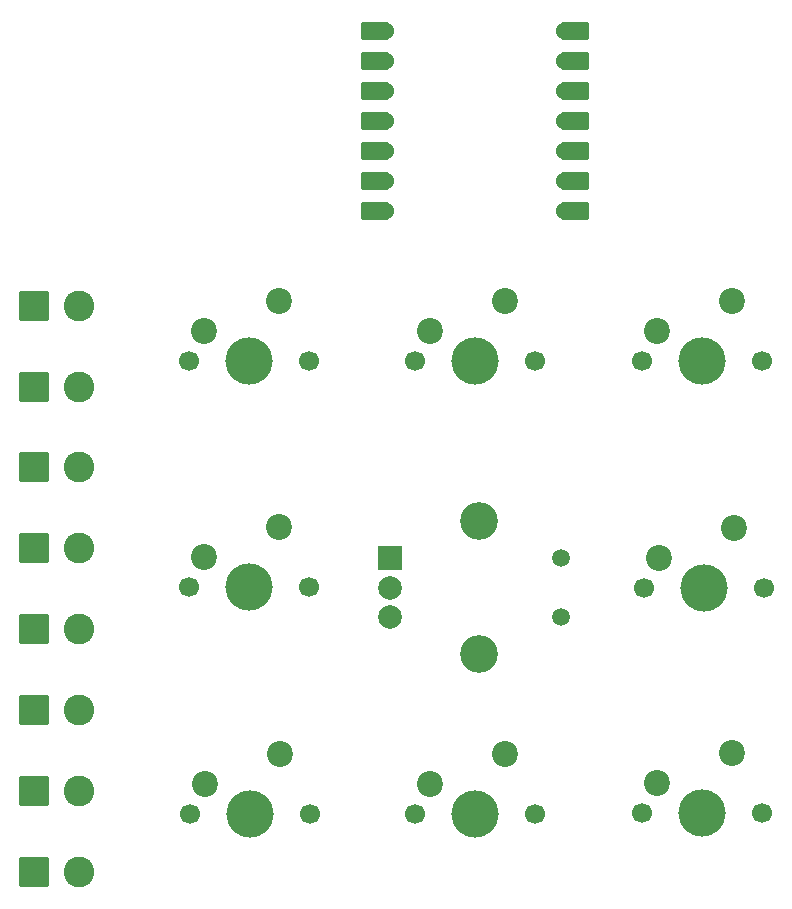
<source format=gbr>
%TF.GenerationSoftware,KiCad,Pcbnew,9.0.2*%
%TF.CreationDate,2025-07-10T09:42:35-04:00*%
%TF.ProjectId,hackpad,6861636b-7061-4642-9e6b-696361645f70,rev?*%
%TF.SameCoordinates,Original*%
%TF.FileFunction,Soldermask,Top*%
%TF.FilePolarity,Negative*%
%FSLAX46Y46*%
G04 Gerber Fmt 4.6, Leading zero omitted, Abs format (unit mm)*
G04 Created by KiCad (PCBNEW 9.0.2) date 2025-07-10 09:42:35*
%MOMM*%
%LPD*%
G01*
G04 APERTURE LIST*
G04 Aperture macros list*
%AMRoundRect*
0 Rectangle with rounded corners*
0 $1 Rounding radius*
0 $2 $3 $4 $5 $6 $7 $8 $9 X,Y pos of 4 corners*
0 Add a 4 corners polygon primitive as box body*
4,1,4,$2,$3,$4,$5,$6,$7,$8,$9,$2,$3,0*
0 Add four circle primitives for the rounded corners*
1,1,$1+$1,$2,$3*
1,1,$1+$1,$4,$5*
1,1,$1+$1,$6,$7*
1,1,$1+$1,$8,$9*
0 Add four rect primitives between the rounded corners*
20,1,$1+$1,$2,$3,$4,$5,0*
20,1,$1+$1,$4,$5,$6,$7,0*
20,1,$1+$1,$6,$7,$8,$9,0*
20,1,$1+$1,$8,$9,$2,$3,0*%
G04 Aperture macros list end*
%ADD10RoundRect,0.250000X-1.050000X-1.050000X1.050000X-1.050000X1.050000X1.050000X-1.050000X1.050000X0*%
%ADD11C,2.600000*%
%ADD12C,1.700000*%
%ADD13C,4.000000*%
%ADD14C,2.200000*%
%ADD15RoundRect,0.152400X1.063600X0.609600X-1.063600X0.609600X-1.063600X-0.609600X1.063600X-0.609600X0*%
%ADD16C,1.524000*%
%ADD17RoundRect,0.152400X-1.063600X-0.609600X1.063600X-0.609600X1.063600X0.609600X-1.063600X0.609600X0*%
%ADD18C,1.500000*%
%ADD19R,2.000000X2.000000*%
%ADD20C,2.000000*%
%ADD21C,3.200000*%
G04 APERTURE END LIST*
D10*
%TO.C,D8*%
X142370000Y-82410000D03*
D11*
X146180000Y-82410000D03*
%TD*%
D10*
%TO.C,D4*%
X142370000Y-61860000D03*
D11*
X146180000Y-61860000D03*
%TD*%
D12*
%TO.C,SW7*%
X193870000Y-59720000D03*
D13*
X198950000Y-59720000D03*
D12*
X204030000Y-59720000D03*
D14*
X201490000Y-54640000D03*
X195140000Y-57180000D03*
%TD*%
D15*
%TO.C,U1*%
X171225000Y-31720000D03*
D16*
X172060000Y-31720000D03*
D15*
X171225000Y-34260000D03*
D16*
X172060000Y-34260000D03*
D15*
X171225000Y-36800000D03*
D16*
X172060000Y-36800000D03*
D15*
X171225000Y-39340000D03*
D16*
X172060000Y-39340000D03*
D15*
X171225000Y-41880000D03*
D16*
X172060000Y-41880000D03*
D15*
X171225000Y-44420000D03*
D16*
X172060000Y-44420000D03*
D15*
X171225000Y-46960000D03*
D16*
X172060000Y-46960000D03*
X187300000Y-46960000D03*
D17*
X188135000Y-46960000D03*
D16*
X187300000Y-44420000D03*
D17*
X188135000Y-44420000D03*
D16*
X187300000Y-41880000D03*
D17*
X188135000Y-41880000D03*
D16*
X187300000Y-39340000D03*
D17*
X188135000Y-39340000D03*
D16*
X187300000Y-36800000D03*
D17*
X188135000Y-36800000D03*
D16*
X187300000Y-34260000D03*
D17*
X188135000Y-34260000D03*
D16*
X187300000Y-31720000D03*
D17*
X188135000Y-31720000D03*
%TD*%
D12*
%TO.C,SW2*%
X155490000Y-78860000D03*
D13*
X160570000Y-78860000D03*
D12*
X165650000Y-78860000D03*
D14*
X163110000Y-73780000D03*
X156760000Y-76320000D03*
%TD*%
D10*
%TO.C,D11*%
X142370000Y-102960000D03*
D11*
X146180000Y-102960000D03*
%TD*%
D12*
%TO.C,SW10*%
X193960000Y-78940000D03*
D13*
X199040000Y-78940000D03*
D12*
X204120000Y-78940000D03*
D14*
X201580000Y-73860000D03*
X195230000Y-76400000D03*
%TD*%
D10*
%TO.C,D6*%
X142370000Y-75560000D03*
D11*
X146180000Y-75560000D03*
%TD*%
D10*
%TO.C,D5*%
X142370000Y-68710000D03*
D11*
X146180000Y-68710000D03*
%TD*%
D10*
%TO.C,D3*%
X142370000Y-55010000D03*
D11*
X146180000Y-55010000D03*
%TD*%
D10*
%TO.C,D9*%
X142370000Y-89260000D03*
D11*
X146180000Y-89260000D03*
%TD*%
D12*
%TO.C,SW5*%
X155520000Y-98070000D03*
D13*
X160600000Y-98070000D03*
D12*
X165680000Y-98070000D03*
D14*
X163140000Y-92990000D03*
X156790000Y-95530000D03*
%TD*%
D10*
%TO.C,D10*%
X142370000Y-96110000D03*
D11*
X146180000Y-96110000D03*
%TD*%
D12*
%TO.C,SW1*%
X155490000Y-59720000D03*
D13*
X160570000Y-59720000D03*
D12*
X165650000Y-59720000D03*
D14*
X163110000Y-54640000D03*
X156760000Y-57180000D03*
%TD*%
D12*
%TO.C,SW9*%
X174650000Y-98010000D03*
D13*
X179730000Y-98010000D03*
D12*
X184810000Y-98010000D03*
D14*
X182270000Y-92930000D03*
X175920000Y-95470000D03*
%TD*%
D12*
%TO.C,SW11*%
X193870000Y-98000000D03*
D13*
X198950000Y-98000000D03*
D12*
X204030000Y-98000000D03*
D14*
X201490000Y-92920000D03*
X195140000Y-95460000D03*
%TD*%
D12*
%TO.C,SW3*%
X174620000Y-59720000D03*
D13*
X179700000Y-59720000D03*
D12*
X184780000Y-59720000D03*
D14*
X182240000Y-54640000D03*
X175890000Y-57180000D03*
%TD*%
D18*
%TO.C,SW4*%
X186995000Y-76380000D03*
X186995000Y-81380000D03*
D19*
X172495000Y-76380000D03*
D20*
X172495000Y-81380000D03*
X172495000Y-78880000D03*
D21*
X179995000Y-73280000D03*
X179995000Y-84480000D03*
%TD*%
M02*

</source>
